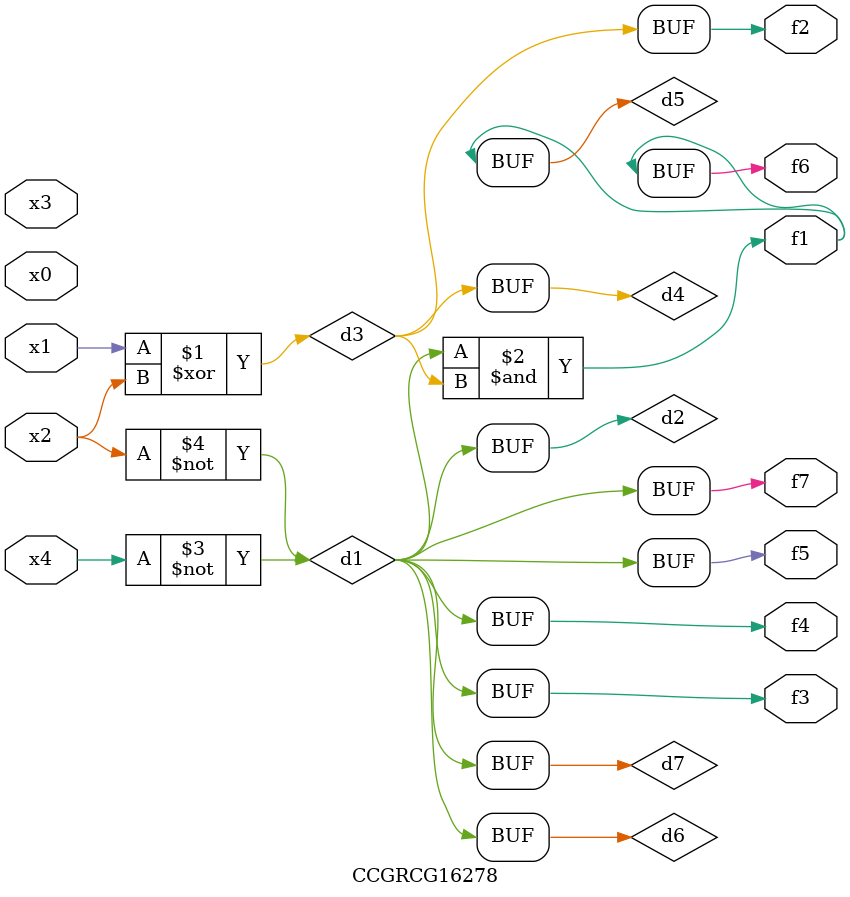
<source format=v>
module CCGRCG16278(
	input x0, x1, x2, x3, x4,
	output f1, f2, f3, f4, f5, f6, f7
);

	wire d1, d2, d3, d4, d5, d6, d7;

	not (d1, x4);
	not (d2, x2);
	xor (d3, x1, x2);
	buf (d4, d3);
	and (d5, d1, d3);
	buf (d6, d1, d2);
	buf (d7, d2);
	assign f1 = d5;
	assign f2 = d4;
	assign f3 = d7;
	assign f4 = d7;
	assign f5 = d7;
	assign f6 = d5;
	assign f7 = d7;
endmodule

</source>
